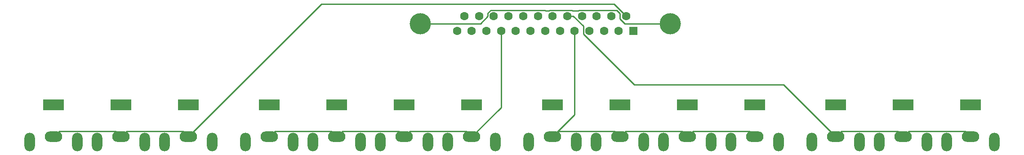
<source format=gbr>
%TF.GenerationSoftware,KiCad,Pcbnew,(5.1.10-1-10_14)*%
%TF.CreationDate,2021-07-21T12:25:41-07:00*%
%TF.ProjectId,PASCAL_switchboard,50415343-414c-45f7-9377-69746368626f,rev?*%
%TF.SameCoordinates,Original*%
%TF.FileFunction,Copper,L2,Bot*%
%TF.FilePolarity,Positive*%
%FSLAX46Y46*%
G04 Gerber Fmt 4.6, Leading zero omitted, Abs format (unit mm)*
G04 Created by KiCad (PCBNEW (5.1.10-1-10_14)) date 2021-07-21 12:25:41*
%MOMM*%
%LPD*%
G01*
G04 APERTURE LIST*
%TA.AperFunction,ComponentPad*%
%ADD10R,1.600000X1.600000*%
%TD*%
%TA.AperFunction,ComponentPad*%
%ADD11C,1.600000*%
%TD*%
%TA.AperFunction,ComponentPad*%
%ADD12C,4.000000*%
%TD*%
%TA.AperFunction,ComponentPad*%
%ADD13O,2.000000X3.500000*%
%TD*%
%TA.AperFunction,ComponentPad*%
%ADD14O,3.300000X2.000000*%
%TD*%
%TA.AperFunction,ComponentPad*%
%ADD15R,4.000000X2.000000*%
%TD*%
%TA.AperFunction,Conductor*%
%ADD16C,0.250000*%
%TD*%
G04 APERTURE END LIST*
D10*
%TO.P,DB25,1*%
%TO.N,Net-(5V_1-Pad1)*%
X196850000Y-48260000D03*
D11*
%TO.P,DB25,2*%
%TO.N,Net-(5V_2-Pad1)*%
X194080000Y-48260000D03*
%TO.P,DB25,3*%
%TO.N,Net-(5V_3-Pad1)*%
X191310000Y-48260000D03*
%TO.P,DB25,4*%
%TO.N,Net-(5V_4-Pad1)*%
X188540000Y-48260000D03*
%TO.P,DB25,5*%
%TO.N,Net-(5V_1-Pad2)*%
X185770000Y-48260000D03*
%TO.P,DB25,6*%
%TO.N,Net-(12V_1-Pad1)*%
X183000000Y-48260000D03*
%TO.P,DB25,7*%
%TO.N,Net-(12V_2-Pad1)*%
X180230000Y-48260000D03*
%TO.P,DB25,8*%
%TO.N,Net-(12V_3-Pad1)*%
X177460000Y-48260000D03*
%TO.P,DB25,9*%
%TO.N,Net-(12V_4-Pad1)*%
X174690000Y-48260000D03*
%TO.P,DB25,10*%
%TO.N,Net-(12V_1-Pad2)*%
X171920000Y-48260000D03*
%TO.P,DB25,11*%
%TO.N,Net-(24V_1-Pad1)*%
X169150000Y-48260000D03*
%TO.P,DB25,12*%
%TO.N,Net-(24V_2-Pad1)*%
X166380000Y-48260000D03*
%TO.P,DB25,13*%
%TO.N,Net-(24V_3-Pad1)*%
X163610000Y-48260000D03*
%TO.P,DB25,14*%
%TO.N,Net-(24V_1-Pad2)*%
X195465000Y-45420000D03*
%TO.P,DB25,15*%
%TO.N,Net-(DB25-Pad15)*%
X192695000Y-45420000D03*
%TO.P,DB25,16*%
%TO.N,Net-(DB25-Pad16)*%
X189925000Y-45420000D03*
%TO.P,DB25,17*%
%TO.N,Net-(DB25-Pad17)*%
X187155000Y-45420000D03*
%TO.P,DB25,18*%
%TO.N,Net-(DB25-Pad18)*%
X184385000Y-45420000D03*
%TO.P,DB25,19*%
%TO.N,Net-(DB25-Pad19)*%
X181615000Y-45420000D03*
%TO.P,DB25,20*%
%TO.N,Net-(DB25-Pad20)*%
X178845000Y-45420000D03*
%TO.P,DB25,21*%
%TO.N,Net-(DB25-Pad21)*%
X176075000Y-45420000D03*
%TO.P,DB25,22*%
%TO.N,Net-(DB25-Pad22)*%
X173305000Y-45420000D03*
%TO.P,DB25,23*%
%TO.N,Net-(DB25-Pad23)*%
X170535000Y-45420000D03*
%TO.P,DB25,24*%
%TO.N,Net-(DB25-Pad24)*%
X167765000Y-45420000D03*
%TO.P,DB25,25*%
%TO.N,Net-(DB25-Pad25)*%
X164995000Y-45420000D03*
D12*
%TO.P,DB25,0*%
%TO.N,Net-(DB25-Pad0)*%
X203780000Y-46840000D03*
X156680000Y-46840000D03*
%TD*%
D13*
%TO.P,12V_1,MP*%
%TO.N,N/C*%
X170870000Y-69230000D03*
X161870000Y-69230000D03*
D14*
%TO.P,12V_1,2*%
%TO.N,Net-(12V_1-Pad2)*%
X166370000Y-68230000D03*
D15*
%TO.P,12V_1,1*%
%TO.N,Net-(12V_1-Pad1)*%
X166370000Y-62230000D03*
%TD*%
D13*
%TO.P,12V_2,MP*%
%TO.N,N/C*%
X158170000Y-69230000D03*
X149170000Y-69230000D03*
D14*
%TO.P,12V_2,2*%
%TO.N,Net-(12V_1-Pad2)*%
X153670000Y-68230000D03*
D15*
%TO.P,12V_2,1*%
%TO.N,Net-(12V_2-Pad1)*%
X153670000Y-62230000D03*
%TD*%
%TO.P,12V_3,1*%
%TO.N,Net-(12V_3-Pad1)*%
X140970000Y-62230000D03*
D14*
%TO.P,12V_3,2*%
%TO.N,Net-(12V_1-Pad2)*%
X140970000Y-68230000D03*
D13*
%TO.P,12V_3,MP*%
%TO.N,N/C*%
X136470000Y-69230000D03*
X145470000Y-69230000D03*
%TD*%
%TO.P,12V_4,MP*%
%TO.N,N/C*%
X132770000Y-69230000D03*
X123770000Y-69230000D03*
D14*
%TO.P,12V_4,2*%
%TO.N,Net-(12V_1-Pad2)*%
X128270000Y-68230000D03*
D15*
%TO.P,12V_4,1*%
%TO.N,Net-(12V_4-Pad1)*%
X128270000Y-62230000D03*
%TD*%
D13*
%TO.P,24V_1,MP*%
%TO.N,N/C*%
X117530000Y-69230000D03*
X108530000Y-69230000D03*
D14*
%TO.P,24V_1,2*%
%TO.N,Net-(24V_1-Pad2)*%
X113030000Y-68230000D03*
D15*
%TO.P,24V_1,1*%
%TO.N,Net-(24V_1-Pad1)*%
X113030000Y-62230000D03*
%TD*%
%TO.P,24V_2,1*%
%TO.N,Net-(24V_2-Pad1)*%
X100330000Y-62230000D03*
D14*
%TO.P,24V_2,2*%
%TO.N,Net-(24V_1-Pad2)*%
X100330000Y-68230000D03*
D13*
%TO.P,24V_2,MP*%
%TO.N,N/C*%
X95830000Y-69230000D03*
X104830000Y-69230000D03*
%TD*%
%TO.P,24V_3,MP*%
%TO.N,N/C*%
X92130000Y-69230000D03*
X83130000Y-69230000D03*
D14*
%TO.P,24V_3,2*%
%TO.N,Net-(24V_1-Pad2)*%
X87630000Y-68230000D03*
D15*
%TO.P,24V_3,1*%
%TO.N,Net-(24V_3-Pad1)*%
X87630000Y-62230000D03*
%TD*%
%TO.P,5V_1,1*%
%TO.N,Net-(5V_1-Pad1)*%
X219710000Y-62230000D03*
D14*
%TO.P,5V_1,2*%
%TO.N,Net-(5V_1-Pad2)*%
X219710000Y-68230000D03*
D13*
%TO.P,5V_1,MP*%
%TO.N,N/C*%
X215210000Y-69230000D03*
X224210000Y-69230000D03*
%TD*%
%TO.P,5V_2,MP*%
%TO.N,N/C*%
X211510000Y-69230000D03*
X202510000Y-69230000D03*
D14*
%TO.P,5V_2,2*%
%TO.N,Net-(5V_1-Pad2)*%
X207010000Y-68230000D03*
D15*
%TO.P,5V_2,1*%
%TO.N,Net-(5V_2-Pad1)*%
X207010000Y-62230000D03*
%TD*%
%TO.P,5V_3,1*%
%TO.N,Net-(5V_3-Pad1)*%
X194310000Y-62230000D03*
D14*
%TO.P,5V_3,2*%
%TO.N,Net-(5V_1-Pad2)*%
X194310000Y-68230000D03*
D13*
%TO.P,5V_3,MP*%
%TO.N,N/C*%
X189810000Y-69230000D03*
X198810000Y-69230000D03*
%TD*%
D15*
%TO.P,5V_4,1*%
%TO.N,Net-(5V_4-Pad1)*%
X181610000Y-62230000D03*
D14*
%TO.P,5V_4,2*%
%TO.N,Net-(5V_1-Pad2)*%
X181610000Y-68230000D03*
D13*
%TO.P,5V_4,MP*%
%TO.N,N/C*%
X177110000Y-69230000D03*
X186110000Y-69230000D03*
%TD*%
D15*
%TO.P,Free_1,1*%
%TO.N,Net-(DB25-Pad15)*%
X234950000Y-62230000D03*
D14*
%TO.P,Free_1,2*%
%TO.N,Net-(DB25-Pad18)*%
X234950000Y-68230000D03*
D13*
%TO.P,Free_1,MP*%
%TO.N,N/C*%
X230450000Y-69230000D03*
X239450000Y-69230000D03*
%TD*%
%TO.P,Free_2,MP*%
%TO.N,N/C*%
X252150000Y-69230000D03*
X243150000Y-69230000D03*
D14*
%TO.P,Free_2,2*%
%TO.N,Net-(DB25-Pad18)*%
X247650000Y-68230000D03*
D15*
%TO.P,Free_2,1*%
%TO.N,Net-(DB25-Pad16)*%
X247650000Y-62230000D03*
%TD*%
%TO.P,Free_3,1*%
%TO.N,Net-(DB25-Pad17)*%
X260350000Y-62230000D03*
D14*
%TO.P,Free_3,2*%
%TO.N,Net-(DB25-Pad18)*%
X260350000Y-68230000D03*
D13*
%TO.P,Free_3,MP*%
%TO.N,N/C*%
X255850000Y-69230000D03*
X264850000Y-69230000D03*
%TD*%
D16*
%TO.N,Net-(12V_1-Pad2)*%
X139894990Y-67154990D02*
X140970000Y-68230000D01*
X129345010Y-67154990D02*
X139894990Y-67154990D01*
X128270000Y-68230000D02*
X129345010Y-67154990D01*
X142045010Y-67154990D02*
X140970000Y-68230000D01*
X152594990Y-67154990D02*
X142045010Y-67154990D01*
X153670000Y-68230000D02*
X152594990Y-67154990D01*
X154745010Y-67154990D02*
X153670000Y-68230000D01*
X165294990Y-67154990D02*
X154745010Y-67154990D01*
X166370000Y-68230000D02*
X165294990Y-67154990D01*
X171920000Y-62680000D02*
X171920000Y-48260000D01*
X166370000Y-68230000D02*
X171920000Y-62680000D01*
%TO.N,Net-(24V_1-Pad2)*%
X99254990Y-67154990D02*
X100330000Y-68230000D01*
X88705010Y-67154990D02*
X99254990Y-67154990D01*
X87630000Y-68230000D02*
X88705010Y-67154990D01*
X111954990Y-67154990D02*
X113030000Y-68230000D01*
X100330000Y-68230000D02*
X101405010Y-67154990D01*
X101405010Y-67154990D02*
X111954990Y-67154990D01*
X195465000Y-45420000D02*
X193225000Y-43180000D01*
X138080000Y-43180000D02*
X113030000Y-68230000D01*
X193225000Y-43180000D02*
X138080000Y-43180000D01*
%TO.N,Net-(5V_1-Pad2)*%
X193234990Y-67154990D02*
X194310000Y-68230000D01*
X181610000Y-68230000D02*
X182685010Y-67154990D01*
X195385010Y-67154990D02*
X205934990Y-67154990D01*
X205934990Y-67154990D02*
X207010000Y-68230000D01*
X194310000Y-68230000D02*
X195385010Y-67154990D01*
X218634990Y-67154990D02*
X219710000Y-68230000D01*
X208085010Y-67154990D02*
X218634990Y-67154990D01*
X207010000Y-68230000D02*
X208085010Y-67154990D01*
X219710000Y-68230000D02*
X219710000Y-67310000D01*
X182685010Y-67154990D02*
X193234990Y-67154990D01*
X185770000Y-64070000D02*
X185770000Y-48260000D01*
X181610000Y-68230000D02*
X185770000Y-64070000D01*
%TO.N,Net-(DB25-Pad18)*%
X246574990Y-67154990D02*
X247650000Y-68230000D01*
X236025010Y-67154990D02*
X246574990Y-67154990D01*
X234950000Y-68230000D02*
X236025010Y-67154990D01*
X187414999Y-48800001D02*
X197034998Y-58420000D01*
X187414999Y-47318629D02*
X187414999Y-48800001D01*
X185516370Y-45420000D02*
X187414999Y-47318629D01*
X184385000Y-45420000D02*
X185516370Y-45420000D01*
X225140000Y-58420000D02*
X234950000Y-68230000D01*
X197034998Y-58420000D02*
X225140000Y-58420000D01*
X259274990Y-67154990D02*
X260350000Y-68230000D01*
X248725010Y-67154990D02*
X259274990Y-67154990D01*
X247650000Y-68230000D02*
X248725010Y-67154990D01*
%TO.N,Net-(DB25-Pad0)*%
X193703589Y-44294999D02*
X194310000Y-44901410D01*
X186614999Y-44294999D02*
X193703589Y-44294999D01*
X185420000Y-44450000D02*
X186459998Y-44450000D01*
X194310000Y-45930002D02*
X195219998Y-46840000D01*
X185264999Y-44294999D02*
X185420000Y-44450000D01*
X186459998Y-44450000D02*
X186614999Y-44294999D01*
X180919998Y-44450000D02*
X181074999Y-44294999D01*
X180340000Y-44450000D02*
X180919998Y-44450000D01*
X180184999Y-44294999D02*
X180340000Y-44450000D01*
X169994999Y-44294999D02*
X180184999Y-44294999D01*
X169409999Y-44879999D02*
X169994999Y-44294999D01*
X169409999Y-45440003D02*
X169409999Y-44879999D01*
X195219998Y-46840000D02*
X203780000Y-46840000D01*
X168010002Y-46840000D02*
X169409999Y-45440003D01*
X194310000Y-44901410D02*
X194310000Y-45930002D01*
X181074999Y-44294999D02*
X185264999Y-44294999D01*
X156680000Y-46840000D02*
X168010002Y-46840000D01*
%TD*%
M02*

</source>
